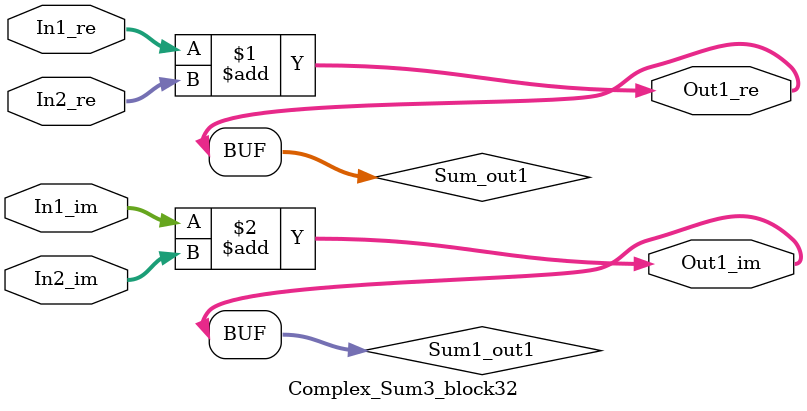
<source format=v>



`timescale 1 ns / 1 ns

module Complex_Sum3_block32
          (In1_re,
           In1_im,
           In2_re,
           In2_im,
           Out1_re,
           Out1_im);


  input   signed [36:0] In1_re;  // sfix37_En22
  input   signed [36:0] In1_im;  // sfix37_En22
  input   signed [36:0] In2_re;  // sfix37_En22
  input   signed [36:0] In2_im;  // sfix37_En22
  output  signed [36:0] Out1_re;  // sfix37_En22
  output  signed [36:0] Out1_im;  // sfix37_En22


  wire signed [36:0] Sum_out1;  // sfix37_En22
  wire signed [36:0] Sum1_out1;  // sfix37_En22


  assign Sum_out1 = In1_re + In2_re;



  assign Out1_re = Sum_out1;

  assign Sum1_out1 = In1_im + In2_im;



  assign Out1_im = Sum1_out1;

endmodule  // Complex_Sum3_block32


</source>
